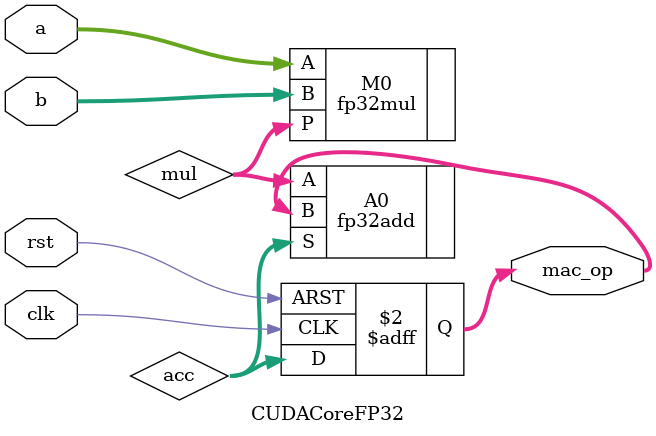
<source format=v>
module CUDACoreFP32 (
    input clk, rst,
    input [31:0] a, b,
    output reg [31:0] mac_op
);
    wire [31:0] mul, acc;
    fp32mul M0(.A(a), .B(b), .P(mul));
    fp32add A0(.A(mul), .B(mac_op), .S(acc));

    always @(posedge clk or posedge rst) begin
        if(rst)
            mac_op <= 32'd0;
        else
            mac_op <= acc;
    end
endmodule

</source>
